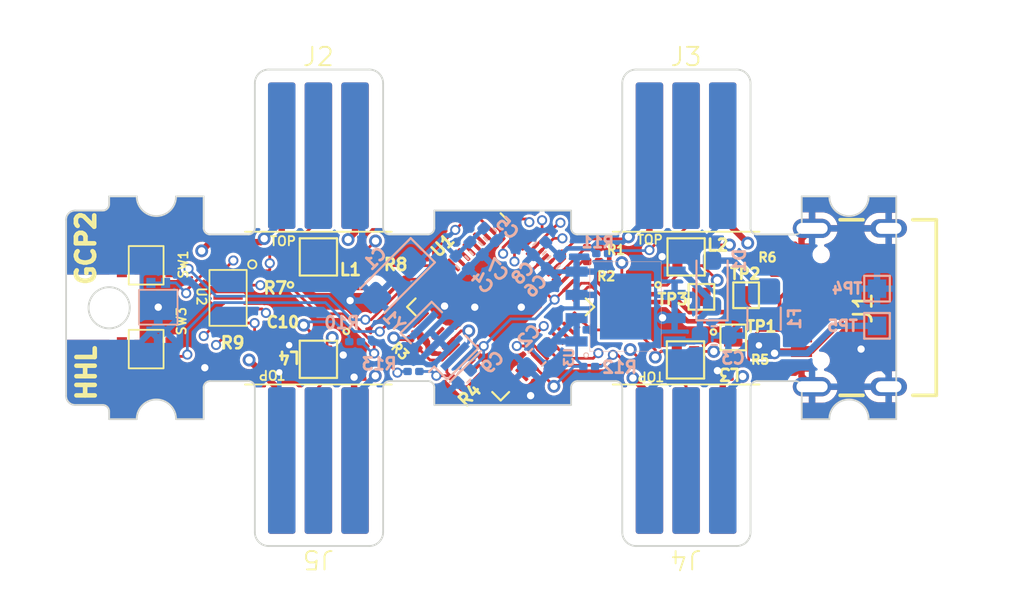
<source format=kicad_pcb>
(kicad_pcb (version 20221018) (generator pcbnew)
  (layers (0 "F.Cu" signal) (1 "In1.Cu" signal) (2 "In2.Cu" signal) (31 "B.Cu" signal) (34 "B.Paste" user) (35 "F.Paste" user) (36 "B.SilkS" user "B.Silkscreen") (37 "F.SilkS" user "F.Silkscreen") (38 "B.Mask" user) (39 "F.Mask" user) (44 "Edge.Cuts" user))
  (net 0 "")
  (net 28 "D+")
  (net 29 "Net-(U1-USB_DP)")
  (net 30 "D-")
  (net 31 "Net-(U1-USB_DM)")
  (net 32 "Net-(R3-Pad1)")
  (net 33 "XTAL_OUT")
  (net 34 "XTAL_IN")
  (net 35 "GND")
  (net 36 "Net-(J1-CC1)")
  (net 37 "Net-(J1-CC2)")
  (net 38 "Net-(U1-RUN)")
  (net 39 "SIO2")
  (net 40 "SIO0")
  (net 41 "SCLK")
  (net 42 "SIO3")
  (net 43 "+3V3")
  (net 44 "Net-(D1-K)")
  (net 45 "+1V1")
  (net 46 "Net-(D1-A)")
  (net 47 "VCC")
  (net 48 "GC1")
  (net 49 "+5V")
  (net 50 "GC2")
  (net 51 "GC3")
  (net 52 "GC4")
  (net 53 "Net-(L1-DIN)")
  (net 54 "Net-(L1-DOUT)")
  (net 55 "Net-(L2-DOUT)")
  (net 56 "Net-(L3-DOUT)")
  (net 57 "Net-(L4-DOUT)")
  (net 58 "USB_BOOT")
  (net 59 "Net-(U2-{slash}CS)")
  (net 60 "RGB")
  (net 62 "SIO1")
  (net 67 "BTN_1")
  (net 68 "BTN_2")
  (footprint "hhl:GCT_USB4105-GF-A-060" (layer "F.Cu") (at 220.706187 146.830946 90)
    (fp_text reference "J1")
    (fp_text value "USB4105-GF-A-060" hide)
  )
  (footprint "Resistor_SMD:R_0201_0603Metric" (layer "F.Cu") (at 197.158419 150.92624 -45)
    (fp_text reference "R4")
    (fp_text value "10k" hide)
  )
  (footprint "Resistor_SMD:R_0201_0603Metric" (layer "F.Cu") (at 214.290408 143.306241)
    (fp_text reference "R6")
    (fp_text value "5.1k")
  )
  (footprint "Resistor_SMD:R_0201_0603Metric" (layer "F.Cu") (at 214.259342 150.383306 180)
    (fp_text reference "R5")
    (fp_text value "5.1k")
  )
  (footprint "TestPoint:TestPoint_Pad_1.0x1.0mm" (layer "F.Cu") (at 210.487327 146.248633)
    (fp_text reference "TP3")
    (fp_text value "TestPoint" hide)
  )
  (footprint "Resistor_SMD:R_0201_0603Metric" (layer "F.Cu") (at 186.428608 144.951781 180)
    (fp_text reference "R7")
    (fp_text value "1k" hide)
  )
  (footprint "hhl:GameCubeHeader" (layer "F.Cu") (at 189.586408 142.544241)
    (fp_text reference "J2")
    (fp_text value "GC 1" hide)
  )
  (footprint "TestPoint:TestPoint_Pad_1.0x1.0mm" (layer "F.Cu") (at 212.226284 148.46164)
    (fp_text reference "TP1")
    (fp_text value "TestPoint")
  )
  (footprint "Resistor_SMD:R_0201_0603Metric" (layer "F.Cu") (at 204.572408 143.560241 180)
    (fp_text reference "R1")
    (fp_text value "27" hide)
  )
  (footprint "Package_DFN_QFN:QFN-56-1EP_7x7mm_P0.4mm_EP3.2x3.2mm" (layer "F.Cu") (at 199.53336 146.794452 -45)
    (fp_text reference "U1")
    (fp_text value "RP2040" hide)
  )
  (footprint "hhl:SK6805-EC-15" (layer "F.Cu") (at 189.586408 144.068241)
    (fp_text reference "L1")
    (fp_text value "SK6805-EC-15" hide)
  )
  (footprint "hhl:SK6805-EC-15" (layer "F.Cu") (at 189.586408 149.656241 180)
    (fp_text reference "L4")
    (fp_text value "SK6805-EC-15" hide)
  )
  (footprint "Resistor_SMD:R_0201_0603Metric" (layer "F.Cu") (at 194.791606 148.807759 -45)
    (fp_text reference "R3")
    (fp_text value "1k" hide)
  )
  (footprint "Resistor_SMD:R_0201_0603Metric" (layer "F.Cu") (at 194.056 145.288 180)
    (fp_text reference "R8")
    (fp_text value "330" hide)
  )
  (footprint "Resistor_SMD:R_0201_0603Metric" (layer "F.Cu") (at 204.572408 144.322241 180)
    (fp_text reference "R2")
    (fp_text value "27" hide)
  )
  (footprint "TestPoint:TestPoint_Pad_1.0x1.0mm" (layer "F.Cu") (at 212.927237 146.160261)
    (fp_text reference "TP2")
    (fp_text value "TestPoint" hide)
  )
  (footprint "hhl:GameCubeHeader" (layer "F.Cu") (at 189.586408 151.180241 180)
    (fp_text reference "J5")
    (fp_text value "GC 4" hide)
  )
  (footprint "Capacitor_SMD:C_0201_0603Metric" (layer "F.Cu") (at 186.547118 148.380971)
    (fp_text reference "C10")
    (fp_text value "100n" hide)
  )
  (footprint "hhl:1TS026A-1000-0550" (layer "F.Cu") (at 180.188408 149.098 90)
    (fp_text reference "SW3")
    (fp_text value "1TS026A-1000-0550" hide)
  )
  (footprint "hhl:SK6805-EC-15" (layer "F.Cu") (at 209.619408 149.689241 180)
    (fp_text reference "L3")
    (fp_text value "SK6805-EC-15" hide)
  )
  (footprint "hhl:GameCubeHeader" (layer "F.Cu") (at 209.652408 142.544241)
    (fp_text reference "J3")
    (fp_text value "GC 2" hide)
  )
  (footprint "Resistor_SMD:R_0201_0603Metric" (layer "F.Cu") (at 184.658 149.606 180)
    (fp_text reference "R9")
    (fp_text value "330" hide)
  )
  (footprint "hhl:1TS026A-1000-0550" (layer "F.Cu") (at 180.188408 144.526 90)
    (fp_text reference "SW1")
    (fp_text value "1TS026A-1000-0550" hide)
  )
  (footprint "hhl:GameCubeHeader" (layer "F.Cu") (at 209.652408 151.180241 180)
    (fp_text reference "J4")
    (fp_text value "GC 3" hide)
  )
  (footprint "hhl:SK6805-EC-15" (layer "F.Cu") (at 209.652408 144.068241)
    (fp_text reference "L2")
    (fp_text value "SK6805-EC-15" hide)
  )
  (footprint "hhl:USON-8-EP(2x3)" (layer "F.Cu") (at 184.658 146.304 -90)
    (fp_text reference "U2")
    (fp_text value "GD25Q80EEIGR" hide)
  )
  (footprint "Capacitor_SMD:C_0603_1608Metric" (layer "B.Cu") (at 201.522959 149.547651 -135)
    (fp_text reference "C2")
    (fp_text value "2.2uF")
  )
  (footprint "Capacitor_SMD:C_0402_1005Metric" (layer "B.Cu") (at 201.654242 143.603833 45)
    (fp_text reference "C8")
    (fp_text value "100n" hide)
  )
  (footprint "Crystal:Resonator_SMD_Murata_CSTxExxV-3Pin_3.0x1.1mm" (layer "B.Cu") (at 196.190408 148.640241 135)
    (fp_text reference "Y1")
    (fp_text value "Crystal_GND3" hide)
  )
  (footprint "Capacitor_SMD:C_0603_1608Metric" (layer "B.Cu") (at 211.183832 148.360912 180)
    (fp_text reference "C3")
    (fp_text value "2.2uF")
  )
  (footprint "Capacitor_SMD:C_0402_1005Metric" (layer "B.Cu") (at 202.416242 144.365833 -135)
    (fp_text reference "C6")
    (fp_text value "1u" hide)
  )
  (footprint "hhl:HTSOP-J8" (layer "B.Cu") (at 204.400408 149.224921 90)
    (fp_text reference "U3")
    (fp_text value "3.3v Fixed" hide)
  )
  (footprint "Resistor_SMD:R_0201_0603Metric" (layer "B.Cu") (at 205.073417 143.889318 180)
    (fp_text reference "R11")
    (fp_text value "1k")
  )
  (footprint "Capacitor_SMD:C_0402_1005Metric" (layer "B.Cu") (at 198.955269 142.838442 -45)
    (fp_text reference "C5")
    (fp_text value "100n" hide)
  )
  (footprint "Diode_SMD:D_SOD-323_HandSoldering" (layer "B.Cu") (at 211.06855 145.520773 90)
    (fp_text reference "D1")
    (fp_text value "CUS08F30" hide)
  )
  (footprint "Capacitor_Tantalum_SMD:CP_EIA-3216-18_Kemet-A" (layer "B.Cu") (at 193.650408 145.338241 -135)
    (fp_text reference "C1")
    (fp_text value "47uF 6.3v")
  )
  (footprint "Resistor_SMD:R_0201_0603Metric" (layer "B.Cu") (at 194.775029 150.319832)
    (fp_text reference "R13")
    (fp_text value "1k")
  )
  (footprint "Resistor_SMD:R_0201_0603Metric" (layer "B.Cu") (at 204.364485 150.045611 180)
    (fp_text reference "R12")
    (fp_text value "1k")
  )
  (footprint "hhl:1TS026A-1000-0550" (layer "B.Cu") (at 180.848 146.812)
    (fp_text reference "SW2" hide)
    (fp_text value "1TS026A-1000-0550" hide)
  )
  (footprint "Resistor_SMD:R_0201_0603Metric" (layer "B.Cu") (at 191.588725 148.69406 180)
    (fp_text reference "R10")
    (fp_text value "1k")
  )
  (footprint "Capacitor_SMD:C_0402_1005Metric" (layer "B.Cu") (at 197.431269 144.362442 -45)
    (fp_text reference "C4")
    (fp_text value "100n" hide)
  )
  (footprint "TestPoint:TestPoint_Pad_1.0x1.0mm" (layer "B.Cu") (at 220.070958 147.828471 180)
    (fp_text reference "TP5")
    (fp_text value "TestPoint" hide)
  )
  (footprint "Capacitor_SMD:C_0402_1005Metric" (layer "B.Cu") (at 197.545819 150.58683 45)
    (fp_text reference "C9")
    (fp_text value "100n" hide)
  )
  (footprint "Fuse:Fuse_1206_3216Metric_Pad1.42x1.75mm_HandSolder" (layer "B.Cu") (at 213.908688 147.438652 -90)
    (fp_text reference "F1")
    (fp_text value "Fuse" hide)
  )
  (footprint "Capacitor_SMD:C_0402_1005Metric" (layer "B.Cu") (at 198.193269 143.600442 135)
    (fp_text reference "C7")
    (fp_text value "100n" hide)
  )
  (footprint "TestPoint:TestPoint_Pad_1.0x1.0mm" (layer "B.Cu") (at 220.071902 145.800377 180)
    (fp_text reference "TP4")
    (fp_text value "TestPoint" hide)
  )
  (gr_line (start 221.118779 140.76559) (end 221.118779 152.921) (stroke (width 0.1)) (layer "Edge.Cuts"))
  (gr_arc (start 193.119 159.093295) (mid 192.89933 159.623625) (end 192.369 159.843295) (stroke (width 0.1)) (layer "Edge.Cuts"))
  (gr_arc (start 215.964779 142.493295) (mid 215.862265 142.740775) (end 215.614779 142.843295) (stroke (width 0.1)) (layer "Edge.Cuts"))
  (gr_arc (start 179.67111 152.921) (mid 180.74611 151.846) (end 181.82111 152.921) (stroke (width 0.1)) (layer "Edge.Cuts"))
  (gr_arc (start 203.723221 142.843295) (mid 203.47572 142.74079) (end 203.373221 142.493295) (stroke (width 0.1)) (layer "Edge.Cuts"))
  (gr_arc (start 175.819 142.04059) (mid 175.965447 141.687037) (end 176.319 141.54059) (stroke (width 0.1)) (layer "Edge.Cuts"))
  (gr_arc (start 203.373221 151.193295) (mid 203.475735 150.945815) (end 203.723221 150.843295) (stroke (width 0.1)) (layer "Edge.Cuts"))
  (gr_line (start 177.819 141.54059) (end 176.319 141.54059) (stroke (width 0.1)) (layer "Edge.Cuts"))
  (gr_line (start 213.169 134.593295) (end 213.169 142.493295) (stroke (width 0.1)) (layer "Edge.Cuts"))
  (gr_arc (start 213.169 159.093295) (mid 212.94933 159.623625) (end 212.419 159.843295) (stroke (width 0.1)) (layer "Edge.Cuts"))
  (gr_arc (start 183.323221 151.193295) (mid 183.425734 150.945808) (end 183.673221 150.843295) (stroke (width 0.1)) (layer "Edge.Cuts"))
  (gr_arc (start 186.119 142.493295) (mid 186.016487 142.740782) (end 185.769 142.843295) (stroke (width 0.1)) (layer "Edge.Cuts"))
  (gr_arc (start 177.819 152.146) (mid 178.066487 152.248513) (end 178.169 152.496) (stroke (width 0.1)) (layer "Edge.Cuts"))
  (gr_arc (start 206.919 159.843295) (mid 206.38867 159.623625) (end 206.169 159.093295) (stroke (width 0.1)) (layer "Edge.Cuts"))
  (gr_line (start 186.869 133.843295) (end 192.369 133.843295) (stroke (width 0.1)) (layer "Edge.Cuts"))
  (gr_arc (start 219.616825 140.76559) (mid 218.541825 141.84059) (end 217.466825 140.76559) (stroke (width 0.1)) (layer "Edge.Cuts"))
  (gr_line (start 178.169 141.19059) (end 178.169 140.76559) (stroke (width 0.1)) (layer "Edge.Cuts"))
  (gr_line (start 192.369 159.843295) (end 186.869 159.843295) (stroke (width 0.1)) (layer "Edge.Cuts"))
  (gr_line (start 186.119 159.093295) (end 186.119 151.193295) (stroke (width 0.1)) (layer "Edge.Cuts"))
  (gr_arc (start 193.469 142.843295) (mid 193.221513 142.740782) (end 193.119 142.493295) (stroke (width 0.1)) (layer "Edge.Cuts"))
  (gr_line (start 219.616825 140.76559) (end 221.118779 140.76559) (stroke (width 0.1)) (layer "Edge.Cuts"))
  (gr_line (start 205.819 150.843295) (end 203.723221 150.843295) (stroke (width 0.1)) (layer "Edge.Cuts"))
  (gr_line (start 213.169 151.193295) (end 213.169 159.093295) (stroke (width 0.1)) (layer "Edge.Cuts"))
  (gr_line (start 183.323221 151.193295) (end 183.323221 152.921) (stroke (width 0.1)) (layer "Edge.Cuts"))
  (gr_line (start 185.769 150.843295) (end 183.673221 150.843295) (stroke (width 0.1)) (layer "Edge.Cuts"))
  (gr_line (start 195.914779 152.146) (end 203.373221 152.146) (stroke (width 0.1)) (layer "Edge.Cuts"))
  (gr_line (start 206.169 159.093295) (end 206.169 151.193295) (stroke (width 0.1)) (layer "Edge.Cuts"))
  (gr_line (start 183.673221 142.843295) (end 185.769 142.843295) (stroke (width 0.1)) (layer "Edge.Cuts"))
  (gr_line (start 178.169 152.496) (end 178.169 152.921) (stroke (width 0.1)) (layer "Edge.Cuts"))
  (gr_arc (start 183.673221 142.843295) (mid 183.425734 142.740782) (end 183.323221 142.493295) (stroke (width 0.1)) (layer "Edge.Cuts"))
  (gr_arc (start 186.869 159.843295) (mid 186.33867 159.623625) (end 186.119 159.093295) (stroke (width 0.1)) (layer "Edge.Cuts"))
  (gr_arc (start 215.614779 150.843295) (mid 215.86228 150.9458) (end 215.964779 151.193295) (stroke (width 0.1)) (layer "Edge.Cuts"))
  (gr_line (start 195.914779 142.493295) (end 195.914779 141.54059) (stroke (width 0.1)) (layer "Edge.Cuts"))
  (gr_line (start 177.819 152.146) (end 176.319 152.146) (stroke (width 0.1)) (layer "Edge.Cuts"))
  (gr_line (start 215.964779 142.493295) (end 215.964779 140.76559) (stroke (width 0.1)) (layer "Edge.Cuts"))
  (gr_line (start 195.914779 152.146) (end 195.914779 151.193295) (stroke (width 0.1)) (layer "Edge.Cuts"))
  (gr_line (start 213.519 142.843295) (end 215.614779 142.843295) (stroke (width 0.1)) (layer "Edge.Cuts"))
  (gr_line (start 217.46689 152.921) (end 215.964779 152.921) (stroke (width 0.1)) (layer "Edge.Cuts"))
  (gr_arc (start 181.82111 140.76559) (mid 180.74611 141.84059) (end 179.67111 140.76559) (stroke (width 0.1)) (layer "Edge.Cuts"))
  (gr_line (start 203.373221 151.193295) (end 203.373221 152.146) (stroke (width 0.1)) (layer "Edge.Cuts"))
  (gr_line (start 179.67111 152.921) (end 178.169 152.921) (stroke (width 0.1)) (layer "Edge.Cuts"))
  (gr_arc (start 213.169 151.193295) (mid 213.271513 150.945808) (end 213.519 150.843295) (stroke (width 0.1)) (layer "Edge.Cuts"))
  (gr_line (start 206.919 133.843295) (end 212.419 133.843295) (stroke (width 0.1)) (layer "Edge.Cuts"))
  (gr_arc (start 178.169 141.19059) (mid 178.066487 141.438077) (end 177.819 141.54059) (stroke (width 0.1)) (layer "Edge.Cuts"))
  (gr_arc (start 213.519 142.843295) (mid 213.271513 142.740782) (end 213.169 142.493295) (stroke (width 0.1)) (layer "Edge.Cuts"))
  (gr_line (start 215.614779 150.843295) (end 213.519 150.843295) (stroke (width 0.1)) (layer "Edge.Cuts"))
  (gr_line (start 193.469 142.843295) (end 195.564779 142.843295) (stroke (width 0.1)) (layer "Edge.Cuts"))
  (gr_line (start 193.119 151.193295) (end 193.119 159.093295) (stroke (width 0.1)) (layer "Edge.Cuts"))
  (gr_line (start 186.119 142.493295) (end 186.119 134.593295) (stroke (width 0.1)) (layer "Edge.Cuts"))
  (gr_line (start 181.82111 152.921) (end 183.323221 152.921) (stroke (width 0.1)) (layer "Edge.Cuts"))
  (gr_arc (start 205.819 150.843295) (mid 206.066487 150.945808) (end 206.169 151.193295) (stroke (width 0.1)) (layer "Edge.Cuts"))
  (gr_arc (start 176.319 152.146) (mid 175.965447 151.999553) (end 175.819 151.646) (stroke (width 0.1)) (layer "Edge.Cuts"))
  (gr_arc (start 217.46689 152.921) (mid 218.54189 151.846) (end 219.61689 152.921) (stroke (width 0.1)) (layer "Edge.Cuts"))
  (gr_arc (start 212.419 133.843295) (mid 212.94933 134.062965) (end 213.169 134.593295) (stroke (width 0.1)) (layer "Edge.Cuts"))
  (gr_line (start 206.169 142.493295) (end 206.169 134.593295) (stroke (width 0.1)) (layer "Edge.Cuts"))
  (gr_arc (start 195.914779 142.493295) (mid 195.812265 142.740775) (end 195.564779 142.843295) (stroke (width 0.1)) (layer "Edge.Cuts"))
  (gr_arc (start 195.564779 150.843295) (mid 195.81228 150.9458) (end 195.914779 151.193295) (stroke (width 0.1)) (layer "Edge.Cuts"))
  (gr_arc (start 193.119 151.193295) (mid 193.221513 150.945808) (end 193.469 150.843295) (stroke (width 0.1)) (layer "Edge.Cuts"))
  (gr_arc (start 192.369 133.843295) (mid 192.89933 134.062965) (end 193.119 134.593295) (stroke (width 0.1)) (layer "Edge.Cuts"))
  (gr_arc (start 186.119 134.593295) (mid 186.33867 134.062965) (end 186.869 133.843295) (stroke (width 0.1)) (layer "Edge.Cuts"))
  (gr_circle (center 217.038779 143.953295) (end 217.288779 143.953295) (stroke (width 0.1)) (fill none) (layer "Edge.Cuts"))
  (gr_line (start 181.82111 140.76559) (end 183.323221 140.76559) (stroke (width 0.1)) (layer "Edge.Cuts"))
  (gr_line (start 203.373221 141.54059) (end 203.373221 142.493295) (stroke (width 0.1)) (layer "Edge.Cuts"))
  (gr_arc (start 206.169 142.493295) (mid 206.066487 142.740782) (end 205.819 142.843295) (stroke (width 0.1)) (layer "Edge.Cuts"))
  (gr_line (start 183.323221 140.76559) (end 183.323221 142.493295) (stroke (width 0.1)) (layer "Edge.Cuts"))
  (gr_line (start 203.723221 142.843295) (end 205.819 142.843295) (stroke (width 0.1)) (layer "Edge.Cuts"))
  (gr_line (start 219.61689 152.921) (end 221.118779 152.921) (stroke (width 0.1)) (layer "Edge.Cuts"))
  (gr_arc (start 185.769 150.843295) (mid 186.016487 150.945808) (end 186.119 151.193295) (stroke (width 0.1)) (layer "Edge.Cuts"))
  (gr_arc (start 206.169 134.593295) (mid 206.38867 134.062965) (end 206.919 133.843295) (stroke (width 0.1)) (layer "Edge.Cuts"))
  (gr_line (start 175.819 142.04059) (end 175.819 151.646) (stroke (width 0.1)) (layer "Edge.Cuts"))
  (gr_line (start 215.964779 152.921) (end 215.964779 151.193295) (stroke (width 0.1)) (layer "Edge.Cuts"))
  (gr_line (start 179.67111 140.76559) (end 178.169 140.76559) (stroke (width 0.1)) (layer "Edge.Cuts"))
  (gr_line (start 195.564779 150.843295) (end 193.469 150.843295) (stroke (width 0.1)) (layer "Edge.Cuts"))
  (gr_circle (center 217.038779 149.733295) (end 217.288779 149.733295) (stroke (width 0.1)) (fill none) (layer "Edge.Cuts"))
  (gr_line (start 203.373221 141.54059) (end 195.914779 141.54059) (stroke (width 0.1)) (layer "Edge.Cuts"))
  (gr_line (start 193.119 134.593295) (end 193.119 142.493295) (stroke (width 0.1)) (layer "Edge.Cuts"))
  (gr_circle (center 178.169 146.843295) (end 179.294 146.843295) (stroke (width 0.1)) (fill none) (layer "Edge.Cuts"))
  (gr_line (start 217.466825 140.76559) (end 215.964779 140.76559) (stroke (width 0.1)) (layer "Edge.Cuts"))
  (gr_line (start 212.419 159.843295) (end 206.919 159.843295) (stroke (width 0.1)) (layer "Edge.Cuts"))
  (gr_text "GCP2" (at 177.489217 145.729019 90) (layer "F.SilkS") (effects (font (size 1 1) (thickness 0.25) bold) (justify left bottom)))
  (gr_text "HHL" (at 177.516901 152.026982 90) (layer "F.SilkS") (effects (font (size 1 1) (thickness 0.25) bold) (justify left bottom)))
  (segment (start 204.892408 143.560241) (end 205.164732 143.560241) (width 0.25) (layer "F.Cu") (net 28))
  (segment (start 205.457099 145.361501) (end 206.20002 146.104422) (width 0.25) (layer "F.Cu") (net 28))
  (segment (start 205.457099 143.852608) (end 205.457099 145.361501) (width 0.25) (layer "F.Cu") (net 28))
  (segment (start 214.753736 146.804112) (end 214.476902 147.080946) (width 0.2) (layer "F.Cu") (net 28))
  (segment (start 212.927237 146.648183) (end 213.36 147.080946) (width 0.2) (layer "F.Cu") (net 28))
  (segment (start 214.998679 146.080946) (end 214.753736 146.325889) (width 0.2) (layer "F.Cu") (net 28))
  (segment (start 208.857181 146.104422) (end 209.833705 147.080946) (width 0.25) (layer "F.Cu") (net 28))
  (segment (start 212.927237 146.160261) (end 212.927237 146.648183) (width 0.2) (layer "F.Cu") (net 28))
  (segment (start 206.20002 146.104422) (end 208.857181 146.104422) (width 0.25) (layer "F.Cu") (net 28))
  (segment (start 215.951187 146.080946) (end 214.998679 146.080946) (width 0.2) (layer "F.Cu") (net 28))
  (segment (start 214.753736 146.325889) (end 214.753736 146.804112) (width 0.2) (layer "F.Cu") (net 28))
  (segment (start 213.36 147.080946) (end 214.476902 147.080946) (width 0.25) (layer "F.Cu") (net 28))
  (segment (start 209.833705 147.080946) (end 213.36 147.080946) (width 0.25) (layer "F.Cu") (net 28))
  (segment (start 214.476902 147.080946) (end 215.951187 147.080946) (width 0.25) (layer "F.Cu") (net 28))
  (segment (start 205.164732 143.560241) (end 205.457099 143.852608) (width 0.25) (layer "F.Cu") (net 28))
  (segment (start 204.252408 143.560241) (end 204.181784 143.560241) (width 0.15) (layer "F.Cu") (net 29))
  (segment (start 204.181784 143.560241) (end 202.671146 145.070879) (width 0.15) (layer "F.Cu") (net 29))
  (segment (start 217.155978 146.580946) (end 217.45981 146.884778) (width 0.25) (layer "F.Cu") (net 30))
  (segment (start 204.892408 145.468747) (end 205.954607 146.530946) (width 0.25) (layer "F.Cu") (net 30))
  (segment (start 204.892408 144.322241) (end 204.892408 145.468747) (width 0.25) (layer "F.Cu") (net 30))
  (segment (start 215.951187 146.580946) (end 217.155978 146.580946) (width 0.25) (layer "F.Cu") (net 30))
  (segment (start 209.743127 147.580946) (end 212.598 147.580946) (width 0.25) (layer "F.Cu") (net 30))
  (segment (start 212.598 147.580946) (end 215.951187 147.580946) (width 0.25) (layer "F.Cu") (net 30))
  (segment (start 212.226284 148.46164) (end 212.226284 147.952662) (width 0.2) (layer "F.Cu") (net 30))
  (segment (start 212.226284 147.952662) (end 212.598 147.580946) (width 0.2) (layer "F.Cu") (net 30))
  (segment (start 205.954607 146.530946) (end 208.693127 146.530946) (width 0.25) (layer "F.Cu") (net 30))
  (segment (start 217.45981 147.300467) (end 217.179331 147.580946) (width 0.25) (layer "F.Cu") (net 30))
  (segment (start 208.693127 146.530946) (end 209.743127 147.580946) (width 0.25) (layer "F.Cu") (net 30))
  (segment (start 217.179331 147.580946) (end 215.951187 147.580946) (width 0.25) (layer "F.Cu") (net 30))
  (segment (start 217.45981 146.884778) (end 217.45981 147.300467) (width 0.25) (layer "F.Cu") (net 30))
  (segment (start 203.98547 144.322241) (end 202.953989 145.353722) (width 0.15) (layer "F.Cu") (net 31))
  (segment (start 204.252408 144.322241) (end 203.98547 144.322241) (width 0.15) (layer "F.Cu") (net 31))
  (segment (start 194.565332 148.581485) (end 193.790576 148.581485) (width 0.15) (layer "F.Cu") (net 32))
  (segment (start 193.790576 148.581485) (end 193.695697 148.486606) (width 0.15) (layer "F.Cu") (net 32))
  (via (at 193.695697 148.486606) (size 0.7) (drill 0.4) (layers "F.Cu" "B.Cu") (net 32))
  (segment (start 193.695697 148.486606) (end 194.646987 148.486606) (width 0.15) (layer "B.Cu") (net 32))
  (segment (start 194.646987 148.486606) (end 195.34188 147.791713) (width 0.15) (layer "B.Cu") (net 32))
  (segment (start 195.01788 149.034033) (end 195.68141 149.697563) (width 0.15) (layer "F.Cu") (net 33))
  (segment (start 196.347406 149.697563) (end 196.961259 149.08371) (width 0.15) (layer "F.Cu") (net 33))
  (segment (start 195.68141 149.697563) (end 196.347406 149.697563) (width 0.15) (layer "F.Cu") (net 33))
  (segment (start 197.376063 148.10322) (end 196.678416 148.800867) (width 0.15) (layer "F.Cu") (net 34))
  (segment (start 197.791866 148.10322) (end 197.376063 148.10322) (width 0.15) (layer "F.Cu") (net 34))
  (via (at 197.791866 148.10322) (size 0.7) (drill 0.4) (layers "F.Cu" "B.Cu") (net 34))
  (segment (start 197.038936 149.488769) (end 197.791866 148.735839) (width 0.15) (layer "B.Cu") (net 34))
  (segment (start 197.791866 148.735839) (end 197.791866 148.10322) (width 0.15) (layer "B.Cu") (net 34))
  (segment (start 178.863408 148.698) (end 178.863408 149.498) (width 0.15) (layer "F.Cu") (net 35))
  (segment (start 211.652408 150.563596) (end 211.362718 150.273906) (width 0.35) (layer "F.Cu") (net 35))
  (segment (start 211.652408 155.180241) (end 211.652408 150.563596) (width 0.35) (layer "F.Cu") (net 35))
  (segment (start 215.951187 150.575946) (end 216.526187 151.150946) (width 0.35) (layer "F.Cu") (net 35))
  (segment (start 215.626482 143.306241) (end 215.951187 143.630946) (width 0.15) (layer "F.Cu") (net 35))
  (segment (start 207.652408 142.691947) (end 207.257275 143.08708) (width 0.35) (layer "F.Cu") (net 35))
  (segment (start 190.941352 149.42263) (end 190.232741 150.131241) (width 0.15) (layer "F.Cu") (net 35))
  (segment (start 215.951187 143.630946) (end 215.951187 143.085946) (width 0.35) (layer "F.Cu") (net 35))
  (segment (start 188.738622 143.593241) (end 188.563047 143.768816) (width 0.15) (layer "F.Cu") (net 35))
  (segment (start 215.951187 143.085946) (end 216.526187 142.510946) (width 0.35) (layer "F.Cu") (net 35))
  (segment (start 215.598827 150.383306) (end 215.951187 150.030946) (width 0.35) (layer "F.Cu") (net 35))
  (segment (start 191.535313 150.630225) (end 191.535313 155.129146) (width 0.35) (layer "F.Cu") (net 35))
  (segment (start 187.586408 138.544241) (end 187.586408 143.121592) (width 0.35) (layer "F.Cu") (net 35))
  (segment (start 190.232741 150.131241) (end 190.061408 150.131241) (width 0.15) (layer "F.Cu") (net 35))
  (segment (start 208.343905 144.055246) (end 208.80591 143.593241) (width 0.15) (layer "F.Cu") (net 35))
  (segment (start 191.535313 155.129146) (end 191.586408 155.180241) (width 0.35) (layer "F.Cu") (net 35))
  (segment (start 188.563047 143.768816) (end 188.485979 143.845884) (width 0.15) (layer "F.Cu") (net 35))
  (segment (start 214.610408 143.306241) (end 215.626482 143.306241) (width 0.15) (layer "F.Cu") (net 35))
  (segment (start 214.579342 150.383306) (end 215.598827 150.383306) (width 0.35) (layer "F.Cu") (net 35))
  (segment (start 178.863408 144.126) (end 178.863408 144.926) (width 0.15) (layer "F.Cu") (net 35))
  (segment (start 207.652408 138.544241) (end 207.652408 142.691947) (width 0.35) (layer "F.Cu") (net 35))
  (segment (start 208.80591 143.593241) (end 209.177408 143.593241) (width 0.15) (layer "F.Cu") (net 35))
  (segment (start 215.951187 150.030946) (end 215.951187 150.575946) (width 0.35) (layer "F.Cu") (net 35))
  (segment (start 188.485979 143.845884) (end 188.485979 144.327559) (width 0.15) (layer "F.Cu") (net 35))
  (segment (start 189.111408 143.593241) (end 188.738622 143.593241) (width 0.15) (layer "F.Cu") (net 35))
  (via (at 198.12 146.812) (size 0.7) (drill 0.4) (layers "F.Cu" "B.Cu") (net 35))
  (via (at 219.202 149.098) (size 0.7) (drill 0.4) (layers "F.Cu" "B.Cu") (net 35))
  (via (at 187.991475 148.8822) (size 0.55) (drill 0.35) (layers "F.Cu" "B.Cu") (net 35))
  (via (at 196.470764 146.751305) (size 0.7) (drill 0.4) (layers "F.Cu" "B.Cu") (net 35))
  (via (at 183.388 150.114) (size 0.7) (drill 0.4) (layers "F.Cu" "B.Cu") (net 35))
  (via (at 211.362718 150.273906) (size 0.7) (drill 0.4) (layers "F.Cu" "B.Cu") (net 35))
  (via (at 191.535313 150.630225) (size 0.7) (drill 0.4) (layers "F.Cu" "B.Cu") (net 35))
  (via (at 191.31856 146.451787) (size 0.7) (drill 0.4) (layers "F.Cu" "B.Cu") (net 35))
  (via (at 190.941352 149.42263) (size 0.7) (drill 0.4) (layers "F.Cu" "B.Cu") (net 35))
  (via (at 208.367922 147.388245) (size 0.7) (drill 0.4) (layers "F.Cu" "B.Cu") (net 35))
  (via (at 201.168 151.638) (size 0.7) (drill 0.4) (layers "F.Cu" "B.Cu") (net 35))
  (via (at 187.452 150.368) (size 0.55) (drill 0.35) (layers "F.Cu" "B.Cu") (net 35))
  (via (at 200.66 146.812) (size 0.7) (drill 0.4) (layers "F.Cu" "B.Cu") (net 35))
  (via (at 208.343905 144.055246) (size 0.7) (drill 0.4) (layers "F.Cu" "B.Cu") (net 35))
  (via (at 180.848 146.812) (size 0.7) (drill 0.4) (layers "F.Cu" "B.Cu") (net 35))
  (segment (start 211.652408 142.135207) (end 210.752852 143.034763) (width 0.25) (layer "B.Cu") (net 35))
  (segment (start 192.536862 146.451787) (end 192.695814 146.292835) (width 0.35) (layer "B.Cu") (net 35))
  (segment (start 211.958832 148.360912) (end 212.006035 148.360912) (width 0.25) (layer "B.Cu") (net 35))
  (segment (start 207.652408 151.331308) (end 208.106596 150.87712) (width 0.35) (layer "B.Cu") (net 35))
  (segment (start 202.241508 144.869921) (end 203.675408 144.869921) (width 0.25) (layer "B.Cu") (net 35))
  (segment (start 210.759504 150.87712) (end 211.362718 150.273906) (width 0.15) (layer "B.Cu") (net 35))
  (segment (start 219.284848 149.098) (end 220.706187 150.519339) (width 0.25) (layer "B.Cu") (net 35))
  (segment (start 191.974544 142.557905) (end 191.974544 143.121463) (width 0.35) (layer "B.Cu") (net 35))
  (segment (start 191.974544 143.121463) (end 191.98177 143.128689) (width 0.35) (layer "B.Cu") (net 35))
  (segment (start 197.77068 144.701853) (end 198.53268 143.939853) (width 0.25) (layer "B.Cu") (net 35))
  (segment (start 180.448 148.137) (end 181.248 148.137) (width 0.15) (layer "B.Cu") (net 35))
  (segment (start 207.652408 155.180241) (end 207.652408 151.331308) (width 0.35) (layer "B.Cu") (net 35))
  (segment (start 209.025408 147.409921) (end 208.389598 147.409921) (width 0.15) (layer "B.Cu") (net 35))
  (segment (start 202.076831 144.705244) (end 202.241508 144.869921) (width 0.25) (layer "B.Cu") (net 35))
  (segment (start 187.452 150.368) (end 187.452 155.045833) (width 0.25) (layer "B.Cu") (net 35))
  (segment (start 219.202 149.098) (end 219.284848 149.098) (width 0.25) (layer "B.Cu") (net 35))
  (segment (start 191.586408 138.544241) (end 191.586408 142.169769) (width 0.35) (layer "B.Cu") (net 35))
  (segment (start 212.006035 148.360912) (end 212.957634 147.409313) (width 0.25) (layer "B.Cu") (net 35))
  (segment (start 219.202 149.015152) (end 219.202 149.098) (width 0.25) (layer "B.Cu") (net 35))
  (segment (start 220.706187 150.519339) (end 220.706187 151.150946) (width 0.25) (layer "B.Cu") (net 35))
  (segment (start 191.31856 146.451787) (end 192.536862 146.451787) (width 0.35) (layer "B.Cu") (net 35))
  (segment (start 211.958832 148.360912) (end 211.958832 149.677792) (width 0.25) (layer "B.Cu") (net 35))
  (segment (start 208.106596 150.87712) (end 210.759504 150.87712) (width 0.15) (layer "B.Cu") (net 35))
  (segment (start 187.452 155.045833) (end 187.586408 155.180241) (width 0.25) (layer "B.Cu") (net 35))
  (segment (start 201.314831 143.943244) (end 202.076831 144.705244) (width 0.25) (layer "B.Cu") (net 35))
  (segment (start 198.53268 143.939853) (end 199.29468 143.177853) (width 0.25) (layer "B.Cu") (net 35))
  (segment (start 211.958832 149.677792) (end 211.362718 150.273906) (width 0.25) (layer "B.Cu") (net 35))
  (segment (start 208.389598 147.409921) (end 208.367922 147.388245) (width 0.15) (layer "B.Cu") (net 35))
  (segment (start 191.586408 142.169769) (end 191.974544 142.557905) (width 0.35) (layer "B.Cu") (net 35))
  (segment (start 211.652408 138.544241) (end 211.652408 142.135207) (width 0.25) (layer "B.Cu") (net 35))
  (segment (start 213.432406 150.383306) (end 213.066766 150.017666) (width 0.15) (layer "F.Cu") (net 36))
  (segment (start 213.066766 150.017666) (end 213.066766 148.653832) (width 0.15) (layer "F.Cu") (net 36))
  (segment (start 213.066766 148.653832) (end 213.639652 148.080946) (width 0.15) (layer "F.Cu") (net 36))
  (segment (start 213.639652 148.080946) (end 215.951187 148.080946) (width 0.15) (layer "F.Cu") (net 36))
  (segment (start 213.939342 150.383306) (end 213.432406 150.383306) (width 0.15) (layer "F.Cu") (net 36))
  (segment (start 214.319197 145.080946) (end 215.951187 145.080946) (width 0.15) (layer "F.Cu") (net 37))
  (segment (start 213.970408 143.306241) (end 213.970408 144.732157) (width 0.15) (layer "F.Cu") (net 37))
  (segment (start 213.970408 144.732157) (end 214.319197 145.080946) (width 0.15) (layer "F.Cu") (net 37))
  (segment (start 197.384693 151.152514) (end 197.720883 151.152514) (width 0.15) (layer "F.Cu") (net 38))
  (segment (start 197.720883 151.152514) (end 198.375473 150.497924) (width 0.15) (layer "F.Cu") (net 38))
  (segment (start 200.287822 143.494405) (end 200.287822 144.315048) (width 0.15) (layer "F.Cu") (net 39))
  (segment (start 200.691247 143.09098) (end 200.287822 143.494405) (width 0.15) (layer "F.Cu") (net 39))
  (segment (start 184.408 144.801277) (end 184.94505 144.264227) (width 0.15) (layer "F.Cu") (net 39))
  (segment (start 184.408 145.104) (end 184.408 144.801277) (width 0.15) (layer "F.Cu") (net 39))
  (via (at 184.94505 144.264227) (size 0.55) (drill 0.35) (layers "F.Cu" "B.Cu") (net 39))
  (via (at 200.287822 144.315048) (size 0.55) (drill 0.35) (layers "F.Cu" "B.Cu") (net 39))
  (segment (start 201.793827 142.067869) (end 201.793827 142.554086) (width 0.15) (layer "F.Cu") (net 40))
  (segment (start 183.908 147.807319) (end 183.908 147.504) (width 0.15) (layer "F.Cu") (net 40))
  (segment (start 201.793827 142.554086) (end 200.97409 143.373823) (width 0.15) (layer "F.Cu") (net 40))
  (segment (start 183.329531 148.385788) (end 183.908 147.807319) (width 0.15) (layer "F.Cu") (net 40))
  (via (at 183.329531 148.385788) (size 0.55) (drill 0.35) (layers "F.Cu" "B.Cu") (net 40))
  (via (at 201.793827 142.067869) (size 0.55) (drill 0.35) (layers "F.Cu" "B.Cu") (net 40))
  (segment (start 186.724196 147.123466) (end 186.512594 146.911864) (width 0.15) (layer "F.Cu") (net 41))
  (segment (start 184.408 147.031289) (end 184.408 147.504) (width 0.15) (layer "F.Cu") (net 41))
  (segment (start 202.710861 142.202738) (end 201.256933 143.656666) (width 0.15) (layer "F.Cu") (net 41))
  (segment (start 186.512594 146.911864) (end 184.527425 146.911864) (width 0.15) (layer "F.Cu") (net 41))
  (segment (start 202.795711 142.202738) (end 202.710861 142.202738) (width 0.15) (layer "F.Cu") (net 41))
  (segment (start 184.527425 146.911864) (end 184.408 147.031289) (width 0.15) (layer "F.Cu") (net 41))
  (via (at 202.795711 142.202738) (size 0.55) (drill 0.35) (layers "F.Cu" "B.Cu") (net 41))
  (via (at 186.724196 147.123466) (size 0.55) (drill 0.35) (layers "F.Cu" "B.Cu") (net 41))
  (segment (start 202.901679 143.053696) (end 202.425587 143.053696) (width 0.15) (layer "F.Cu") (net 42))
  (segment (start 202.425587 143.053696) (end 201.539775 143.939508) (width 0.15) (layer "F.Cu") (net 42))
  (segment (start 184.908 147.968156) (end 184.003876 148.87228) (width 0.15) (layer "F.Cu") (net 42))
  (segment (start 184.908 147.504) (end 184.908 147.968156) (width 0.15) (layer "F.Cu") (net 42))
  (via (at 184.003876 148.87228) (size 0.55) (drill 0.35) (layers "F.Cu" "B.Cu") (net 42))
  (via (at 202.901679 143.053696) (size 0.55) (drill 0.35) (layers "F.Cu" "B.Cu") (net 42))
  (segment (start 204.287282 145.717485) (end 203.802517 146.20225) (width 0.15) (layer "F.Cu") (net 43))
  (segment (start 206.506816 142.972765) (end 206.39434 143.085241) (width 0.15) (layer "F.Cu") (net 43))
  (segment (start 207.971441 149.534869) (end 208.292069 149.214241) (width 0.15) (layer "F.Cu") (net 43))
  (segment (start 196.595795 150.01486) (end 197.244102 149.366553) (width 0.15) (layer "F.Cu") (net 43))
  (segment (start 196.932145 150.699966) (end 196.595795 150.363616) (width 0.15) (layer "F.Cu") (net 43))
  (segment (start 203.519674 145.919407) (end 203.935297 145.503784) (width 0.15) (layer "F.Cu") (net 43))
  (segment (start 186.105886 147.678029) (end 185.582029 147.678029) (width 0.15) (layer "F.Cu") (net 43))
  (segment (start 197.051182 142.594651) (end 195.867936 143.777897) (width 0.15) (layer "F.Cu") (net 43))
  (segment (start 186.105886 148.259739) (end 186.227118 148.380971) (width 0.15) (layer "F.Cu") (net 43))
  (segment (start 195.867936 143.777897) (end 195.867936 144.543241) (width 0.15) (layer "F.Cu") (net 43))
  (segment (start 185.582029 147.678029) (end 185.408 147.504) (width 0.15) (layer "F.Cu") (net 43))
  (segment (start 188.781411 147.791696) (end 189.111408 148.121693) (width 0.15) (layer "F.Cu") (net 43))
  (segment (start 203.802517 147.386654) (end 204.466152 148.050289) (width 0.15) (layer "F.Cu") (net 43))
  (segment (start 183.934487 143.260983) (end 183.696058 143.260983) (width 0.35) (layer "F.Cu") (net 43))
  (segment (start 203.02573 143.737077) (end 202.873578 143.737077) (width 0.15) (layer "F.Cu") (net 43))
  (segment (start 186.628942 143.070236) (end 186.438195 143.260983) (width 0.35) (layer "F.Cu") (net 43))
  (segment (start 203.677566 143.085241) (end 203.02573 143.737077) (width 0.15) (layer "F.Cu") (net 43))
  (segment (start 204.097186 145.503784) (end 204.334813 145.503784) (width 0.15) (layer "F.Cu") (net 43))
  (segment (start 201.256933 149.932238) (end 202.438 151.113305) (width 0.15) (layer "F.Cu") (net 43))
  (segment (start 210.487327 146.248633) (end 210.487327 146.204786) (width 0.15) (layer "F.Cu") (net 43))
  (segment (start 196.783215 150.551036) (end 196.932145 150.699966) (width 0.15) (layer "F.Cu") (net 43))
  (segment (start 210.487327 146.204786) (end 211.351129 145.340984) (width 0.15) (layer "F.Cu") (net 43))
  (segment (start 198.46863 142.052767) (end 198.941158 142.525295) (width 0.15) (layer "F.Cu") (net 43))
  (segment (start 197.054805 142.594651) (end 197.596689 142.052767) (width 0.15) (layer "F.Cu") (net 43))
  (segment (start 208.292069 149.214241) (end 209.144408 149.214241) (width 0.15) (layer "F.Cu") (net 43))
  (segment (start 203.935297 145.503784) (end 204.097186 145.503784) (width 0.15) (layer "F.Cu") (net 43))
  (segment (start 189.111408 148.121693) (end 189.111408 149.181241) (width 0.15) (layer "F.Cu") (net 43))
  (segment (start 204.466152 148.050289) (end 206.881319 148.050289) (width 0.15) (layer "F.Cu") (net 43))
  (segment (start 204.334813 145.503784) (end 204.548515 145.717485) (width 0.15) (layer "F.Cu") (net 43))
  (segment (start 195.867936 144.543241) (end 196.395574 145.070879) (width 0.15) (layer "F.Cu") (net 43))
  (segment (start 210.553386 144.543241) (end 210.127408 144.543241) (width 0.15) (layer "F.Cu") (net 43))
  (segment (start 186.105886 147.678029) (end 186.105886 148.259739) (width 0.15) (layer "F.Cu") (net 43))
  (segment (start 196.022567 150.551036) (end 196.783215 150.551036) (width 0.15) (layer "F.Cu") (net 43))
  (segment (start 202.438 151.113305) (end 202.438 151.13) (width 0.15) (layer "F.Cu") (net 43))
  (segment (start 206.39434 143.085241) (end 203.677566 143.085241) (width 0.15) (layer "F.Cu") (net 43))
  (segment (start 190.061408 144.543241) (end 195.867936 144.543241) (width 0.15) (layer "F.Cu") (net 43))
  (segment (start 206.881319 148.050289) (end 204.548515 145.717485) (width 0.15) (layer "F.Cu") (net 43))
  (segment (start 197.596689 142.052767) (end 198.46863 142.052767) (width 0.15) (layer "F.Cu") (net 43))
  (segment (start 203.02573 144.150611) (end 202.388304 144.788037) (width 0.15) (layer "F.Cu") (net 43))
  (segment (start 186.438195 143.260983) (end 183.934487 143.260983) (width 0.35) (layer "F.Cu") (net 43))
  (segment (start 211.351129 145.340984) (end 210.553386 144.543241) (width 0.15) (layer "F.Cu") (net 43))
  (segment (start 202.873578 143.737077) (end 202.105461 144.505194) (width 0.15) (layer "F.Cu") (net 43))
  (segment (start 207.971441 149.534869) (end 207.971441 149.140411) (width 0.15) (layer "F.Cu") (net 43))
  (segment (start 204.548515 145.717485) (end 204.287282 145.717485) (width 0.15) (layer "F.Cu") (net 43))
  (segment (start 203.02573 143.737077) (end 203.02573 144.150611) (width 0.15) (layer "F.Cu") (net 43))
  (segment (start 196.595795 150.363616) (end 196.595795 150.01486) (width 0.15) (layer "F.Cu") (net 43))
  (segment (start 207.971441 149.140411) (end 206.881319 148.050289) (width 0.15) (layer "F.Cu") (net 43))
  (segment (start 197.054805 142.594651) (end 197.051182 142.594651) (width 0.15) (layer "F.Cu") (net 43))
  (segment (start 183.696058 143.260983) (end 183.2192 143.737841) (width 0.35) (layer "F.Cu") (net 43))
  (via (at 186.628942 143.070236) (size 0.7) (drill 0.4) (layers "F.Cu" "B.Cu") (net 43))
  (via (at 192.692295 150.555796) (size 0.7) (drill 0.4) (layers "F.Cu" "B.Cu") (net 43))
  (via (at 197.054805 142.594651) (size 0.55) (drill 0.35) (layers "F.Cu" "B.Cu") (net 43))
  (via (at 188.781411 147.791696) (size 0.7) (drill 0.4) (layers "F.Cu" "B.Cu") (net 43))
  (via (at 207.971441 149.534869) (size 0.7) (drill 0.4) (layers "F.Cu" "B.Cu") (net 43))
  (via (at 211.351129 145.340984) (size 0.7) (drill 0.4) (layers "F.Cu" "B.Cu") (net 43))
  (via (at 196.022567 150.551036) (size 0.55) (drill 0.35) (layers "F.Cu" "B.Cu") (net 43))
  (via (at 206.506816 142.972765) (size 0.7) (drill 0.4) (layers "F.Cu" "B.Cu") (net 43))
  (via (at 183.2192 143.737841) (size 0.7) (drill 0.4) (layers "F.Cu" "B.Cu") (net 43))
  (via (at 212.741216 150.591034) (size 0.7) (drill 0.4) (layers "F.Cu" "B.Cu") (net 43))
  (via (at 202.438 151.13) (size 0.7) (drill 0.4) (layers "F.Cu" "B.Cu") (net 43))
  (via (at 186.105886 147.678029) (size 0.55) (drill 0.35) (layers "F.Cu" "B.Cu") (net 43))
  (segment (start 188.781411 147.791696) (end 188.962601 147.610506) (width 0.15) (layer "B.Cu") (net 43))
  (segment (start 211.652408 151.679842) (end 212.741216 150.591034) (width 0.35) (layer "B.Cu") (net 43))
  (segment (start 197.091858 144.023031) (end 196.480745 143.411918) (width 0.25) (layer "B.Cu") (net 43))
  (segment (start 188.962601 147.610506) (end 190.465995 147.610506) (width 0.15) (layer "B.Cu") (net 43))
  (segment (start 202.070967 148.999643) (end 202.390689 148.679921) (width 0.35) (layer "B.Cu") (net 43))
  (segment (start 203.522389 150.045611) (end 202.438 151.13) (width 0.15) (layer "B.Cu") (net 43))
  (segment (start 191.586408 151.661683) (end 192.692295 150.555796) (width 0.35) (layer "B.Cu") (net 43))
  (segment (start 195.791363 150.319832) (end 196.022567 150.551036) (width 0.15) (layer "B.Cu") (net 43))
  (segment (start 204.467858 143.603759) (end 204.784475 143.287142) (width 0.25) (layer "B.Cu") (net 43))
  (segment (start 204.467858 143.603759) (end 204.753417 143.889318) (width 0.25) (layer "B.Cu") (net 43))
  (segment (start 204.784475 143.287142) (end 206.192439 143.287142) (width 0.25) (layer "B.Cu") (net 43))
  (segment (start 211.652408 155.180241) (end 211.652408 151.679842) (width 0.35) (layer "B.Cu") (net 43))
  (segment (start 191.586408 155.180241) (end 191.586408 151.661683) (width 0.35) (layer "B.Cu") (net 43))
  (segment (start 187.586408 142.11277) (end 186.628942 143.070236) (width 0.35) (layer "B.Cu") (net 43))
  (segment (start 191.258664 148.403175) (end 191.258664 148.679823) (width 0.15) (layer "B.Cu") (net 43))
  (segment (start 202.070967 148.999643) (end 203.660689 147.409921) (width 0.35) (layer "B.Cu") (net 43))
  (segment (start 195.095029 150.319832) (end 195.791363 150.319832) (width 0.15) (layer "B.Cu") (net 43))
  (segment (start 194.997265 144.383647) (end 196.480745 142.900167) (width 0.25) (layer "B.Cu") (net 43))
  (segment (start 196.480745 143.411918) (end 196.480745 142.900167) (width 0.25) (layer "B.Cu") (net 43))
  (segment (start 204.044485 150.045611) (end 203.675408 149.676534) (width 0.15) (layer "B.Cu") (net 43))
  (segment (start 204.044485 150.045611) (end 203.522389 150.045611) (width 0.15) (layer "B.Cu") (net 43))
  (segment (start 187.586408 138.544241) (end 187.586408 142.11277) (width 0.35) (layer "B.Cu") (net 43))
  (segment (start 202.390689 148.679921) (end 203.675408 148.679921) (width 0.35) (layer "B.Cu") (net 43))
  (segment (start 203.675408 149.676534) (end 203.675408 148.679921) (width 0.15) (layer "B.Cu") (net 43))
  (segment (start 190.465995 147.610506) (end 191.258664 148.403175) (width 0.15) (layer "B.Cu") (net 43))
  (segment (start 196.480745 142.900167) (end 196.749289 142.900167) (width 0.25) (layer "B.Cu") (net 43))
  (segment (start 197.853858 143.261031) (end 197.091858 144.023031) (width 0.25) (layer "B.Cu") (net 43))
  (segment (start 203.660689 147.409921) (end 203.675408 147.409921) (width 0.35) (layer "B.Cu") (net 43))
  (segment (start 203.675408 147.409921) (end 203.675408 148.679921) (width 0.35) (layer "B.Cu") (net 43))
  (segment (start 207.652408 141.827173) (end 207.652408 138.544241) (width 0.35) (layer "B.Cu") (net 43))
  (segment (start 196.749289 142.900167) (end 197.054805 142.594651) (width 0.25) (layer "B.Cu") (net 43))
  (segment (start 201.993653 143.264422) (end 202.755653 144.026422) (width 0.25) (layer "B.Cu") (net 43))
  (segment (start 198.615858 142.499031) (end 197.853858 143.261031) (width 0.25) (layer "B.Cu") (net 43))
  (segment (start 203.178316 143.603759) (end 204.467858 143.603759) (width 0.25) (layer "B.Cu") (net 43))
  (segment (start 194.605002 144.383647) (end 194.997265 144.383647) (width 0.25) (layer "B.Cu") (net 43))
  (segment (start 206.506816 142.972765) (end 207.652408 141.827173) (width 0.35) (layer "B.Cu") (net 43))
  (segment (start 206.192439 143.287142) (end 206.506816 142.972765) (width 0.25) (layer "B.Cu") (net 43))
  (segment (start 202.755653 144.026422) (end 203.178316 143.603759) (width 0.25) (layer "B.Cu") (net 43))
  (segment (start 211.06855 146.770773) (end 210.408832 147.430491) (width 0.35) (layer "B.Cu") (net 44))
  (segment (start 211.06855 146.507578) (end 211.06855 146.770773) (width 0.35) (layer "B.Cu") (net 44))
  (segment (start 210.089823 148.679921) (end 209.025408 148.679921) (width 0.35) (layer "B.Cu") (net 44))
  (segment (start 210.408832 147.430491) (end 210.408832 148.360912) (width 0.35) (layer "B.Cu") (net 44))
  (segment (start 210.408832 148.360912) (end 210.089823 148.679921) (width 0.35) (layer "B.Cu") (net 44))
  (segment (start 209.430893 144.869921) (end 211.06855 146.507578) (width 0.35) (layer "B.Cu") (net 44))
  (segment (start 209.025408 144.869921) (end 209.430893 144.869921) (width 0.35) (layer "B.Cu") (net 44))
  (segment (start 201.822618 144.222351) (end 201.190549 144.85442) (width 0.15) (layer "F.Cu") (net 45))
  (segment (start 201.190549 145.211002) (end 202.378881 146.399334) (width 0.15) (layer "F.Cu") (net 45))
  (segment (start 203.236832 145.641324) (end 202.478822 146.399334) (width 0.15) (layer "F.Cu") (net 45))
  (segment (start 201.190549 144.85442) (end 201.190549 145.211002) (width 0.15) (layer "F.Cu") (net 45))
  (segment (start 202.378881 146.399334) (end 202.478822 146.399334) (width 0.15) (layer "F.Cu") (net 45))
  (segment (start 197.526945 149.649396) (end 198.242776 148.933565) (width 0.15) (layer "F.Cu") (net 45))
  (segment (start 203.236832 145.636565) (end 203.236832 145.641324) (width 0.15) (layer "F.Cu") (net 45))
  (segment (start 198.242776 148.933565) (end 198.606155 148.933565) (width 0.15) (layer "F.Cu") (net 45))
  (via (at 202.478822 146.399334) (size 0.55) (drill 0.35) (layers "F.Cu" "B.Cu") (net 45))
  (via (at 198.606155 148.933565) (size 0.55) (drill 0.35) (layers "F.Cu" "B.Cu") (net 45))
  (segment (start 202.478822 146.399334) (end 201.423955 147.454201) (width 0.15) (layer "B.Cu") (net 45))
  (segment (start 198.606155 149.526494) (end 197.88523 150.247419) (width 0.15) (layer "B.Cu") (net 45))
  (segment (start 200.085519 147.454201) (end 198.606155 148.933565) (width 0.15) (layer "B.Cu") (net 45))
  (segment (start 201.423955 147.454201) (end 200.085519 147.454201) (width 0.15) (layer "B.Cu") (net 45))
  (segment (start 198.606155 148.933565) (end 198.606155 149.526494) (width 0.15) (layer "B.Cu") (net 45))
  (segment (start 212.228309 144.270773) (end 213.908688 145.951152) (width 0.35) (layer "B.Cu") (net 46))
  (segment (start 211.06855 144.270773) (end 212.228309 144.270773) (width 0.35) (layer "B.Cu") (net 46))
  (segment (start 214.059593 149.325629) (end 213.626085 148.892121) (width 0.35) (layer "F.Cu") (net 47))
  (segment (start 214.573333 149.230946) (end 215.951187 149.230946) (width 0.35) (layer "F.Cu") (net 47))
  (segment (start 216.556995 144.430946) (end 215.951187 144.430946) (width 0.25) (layer "F.Cu") (net 47))
  (segment (start 218.128772 146.002723) (end 216.556995 144.430946) (width 0.25) (layer "F.Cu") (net 47))
  (segment (start 214.47865 149.325629) (end 214.059593 149.325629) (width 0.35) (layer "F.Cu") (net 47))
  (segment (start 216.520998 149.230946) (end 218.128772 147.623172) (width 0.25) (layer "F.Cu") (net 47))
  (segment (start 218.128772 147.623172) (end 218.128772 146.002723) (width 0.25) (layer "F.Cu") (net 47))
  (segment (start 214.47865 149.325629) (end 214.573333 149.230946) (width 0.35) (layer "F.Cu") (net 47))
  (segment (start 215.951187 149.230946) (end 216.520998 149.230946) (width 0.25) (layer "F.Cu") (net 47))
  (via (at 213.626085 148.892121) (size 0.55) (drill 0.35) (layers "F.Cu" "B.Cu") (net 47))
  (via (at 214.47865 149.325629) (size 0.65) (drill 0.4) (layers "F.Cu" "B.Cu") (net 47))
  (segment (start 213.908688 148.926152) (end 214.079173 148.926152) (width 0.35) (layer "B.Cu") (net 47))
  (segment (start 214.079173 148.926152) (end 214.47865 149.325629) (width 0.35) (layer "B.Cu") (net 47))
  (segment (start 216.257626 149.325629) (end 217.754784 147.828471) (width 0.35) (layer "B.Cu") (net 47))
  (segment (start 214.47865 149.325629) (end 216.257626 149.325629) (width 0.35) (layer "B.Cu") (net 47))
  (segment (start 217.754784 147.828471) (end 220.070958 147.828471) (width 0.35) (layer "B.Cu") (net 47))
  (segment (start 192.630956 148.833746) (end 190.970752 147.173542) (width 0.15) (layer "F.Cu") (net 48))
  (segment (start 201.539775 149.640603) (end 201.539775 149.649396) (width 0.15) (layer "F.Cu") (net 48))
  (segment (start 188.129289 143.518847) (end 189.586408 142.061728) (width 0.15) (layer "F.Cu") (net 48))
  (segment (start 189.562261 147.173542) (end 188.129289 145.74057) (width 0.15) (layer "F.Cu") (net 48))
  (segment (start 200.827298 148.928126) (end 201.539775 149.640603) (width 0.15) (layer "F.Cu") (net 48))
  (segment (start 192.630956 149.331111) (end 192.630956 148.833746) (width 0.15) (layer "F.Cu") (net 48))
  (segment (start 188.129289 145.74057) (end 188.129289 143.518847) (width 0.15) (layer "F.Cu") (net 48))
  (segment (start 200.416269 148.928126) (end 200.827298 148.928126) (width 0.15) (layer "F.Cu") (net 48))
  (segment (start 189.586408 142.061728) (end 189.586408 138.544241) (width 0.15) (layer "F.Cu") (net 48))
  (segment (start 190.970752 147.173542) (end 189.562261 147.173542) (width 0.15) (layer "F.Cu") (net 48))
  (via (at 200.416269 148.928126) (size 0.55) (drill 0.35) (layers "F.Cu" "B.Cu") (net 48))
  (via (at 192.630956 149.331111) (size 0.55) (drill 0.35) (layers "F.Cu" "B.Cu") (net 48))
  (segment (start 191.908725 148.69406) (end 192.545776 149.331111) (width 0.15) (layer "B.Cu") (net 48))
  (segment (start 192.545776 149.331111) (end 192.630956 149.331111) (width 0.15) (layer "B.Cu") (net 48))
  (segment (start 191.207561 143.118722) (end 191.586408 142.739875) (width 0.35) (layer "F.Cu") (net 49))
  (segment (start 191.586408 142.739875) (end 191.586408 138.544241) (width 0.35) (layer "F.Cu") (net 49))
  (segment (start 211.652408 138.544241) (end 211.652408 141.950182) (width 0.35) (layer "F.Cu") (net 49))
  (segment (start 206.750636 150.677559) (end 207.652408 151.579331) (width 0.35) (layer "F.Cu") (net 49))
  (segment (start 207.652408 151.579331) (end 207.652408 155.180241) (width 0.35) (layer "F.Cu") (net 49))
  (segment (start 185.805006 149.691413) (end 187.586408 151.472815) (width 0.35) (layer "F.Cu") (net 49))
  (segment (start 187.586408 151.472815) (end 187.586408 155.180241) (width 0.35) (layer "F.Cu") (net 49))
  (segment (start 211.652408 141.950182) (end 213.016317 143.314091) (width 0.35) (layer "F.Cu") (net 49))
  (via (at 191.207561 143.118722) (size 0.7) (drill 0.4) (layers "F.Cu" "B.Cu") (net 49))
  (via (at 206.750636 150.677559) (size 0.7) (drill 0.4) (layers "F.Cu" "B.Cu") (net 49))
  (via (at 213.016317 143.314091) (size 0.7) (drill 0.4) (layers "F.Cu" "B.Cu") (net 49))
  (via (at 185.805006 149.691413) (size 0.7) (drill 0.4) (layers "F.Cu" "B.Cu") (net 49))
  (segment (start 208.303866 143.040533) (end 207.649979 143.69442) (width 0.15) (layer "F.Cu") (net 50))
  (segment (start 201.295476 148.839411) (end 201.822618 149.366553) (width 0.15) (layer "F.Cu") (net 50))
  (segment (start 201.295476 148.428806) (end 201.295476 148.839411) (width 0.15) (layer "F.Cu") (net 50))
  (segment (start 209.652408 142.467101) (end 209.078976 143.040533) (width 0.15) (layer "F.Cu") (net 50))
  (segment (start 201.88312 147.841162) (end 201.295476 148.428806) (width 0.15) (layer "F.Cu") (net 50))
  (segment (start 209.652408 138.544241) (end 209.652408 142.467101) (width 0.15) (layer "F.Cu") (net 50))
  (segment (start 209.078976 143.040533) (end 208.303866 143.040533) (width 0.15) (layer "F.Cu") (net 50))
  (via (at 201.88312 147.841162) (size 0.55) (drill 0.35) (layers "F.Cu" "B.Cu") (net 50))
  (via (at 207.649979 143.69442) (size 0.55) (drill 0.35) (layers "F.Cu" "B.Cu") (net 50))
  (segment (start 207.619267 143.725132) (end 207.649979 143.69442) (width 0.15) (layer "B.Cu") (net 50))
  (segment (start 205.393417 143.889318) (end 205.557603 143.725132) (width 0.15) (layer "B.Cu") (net 50))
  (segment (start 205.557603 143.725132) (end 207.619267 143.725132) (width 0.15) (layer "B.Cu") (net 50))
  (segment (start 205.088617 149.982827) (end 203.004578 149.982827) (width 0.15) (layer "F.Cu") (net 51))
  (segment (start 206.922412 149.965542) (end 207.831402 150.874532) (width 0.15) (layer "F.Cu") (net 51))
  (segment (start 203.004578 149.982827) (end 202.105461 149.08371) (width 0.15) (layer "F.Cu") (net 51))
  (segment (start 205.659402 149.412042) (end 205.088617 149.982827) (width 0.15) (layer "F.Cu") (net 51))
  (segment (start 206.458556 149.965542) (end 206.922412 149.965542) (width 0.15) (layer "F.Cu") (net 51))
  (segment (start 205.659402 149.412042) (end 205.905056 149.412042) (width 0.15) (layer "F.Cu") (net 51))
  (segment (start 209.652408 151.116286) (end 209.652408 155.180241) (width 0.15) (layer "F.Cu") (net 51))
  (segment (start 209.410654 150.874532) (end 209.652408 151.116286) (width 0.15) (layer "F.Cu") (net 51))
  (segment (start 205.905056 149.412042) (end 206.458556 149.965542) (width 0.15) (layer "F.Cu") (net 51))
  (segment (start 207.831402 150.874532) (end 209.410654 150.874532) (width 0.15) (layer "F.Cu") (net 51))
  (via (at 205.659402 149.412042) (size 0.55) (drill 0.35) (layers "F.Cu" "B.Cu") (net 51))
  (segment (start 205.659402 149.412042) (end 205.025833 150.045611) (width 0.15) (layer "B.Cu") (net 51))
  (segment (start 205.025833 150.045611) (end 204.684485 150.045611) (width 0.15) (layer "B.Cu") (net 51))
  (segment (start 204.864639 149.318115) (end 204.58065 149.602104) (width 0.15) (layer "F.Cu") (net 52))
  (segment (start 193.898381 150.38245) (end 193.415418 149.899487) (width 0.15) (layer "F.Cu") (net 52))
  (segment (start 193.415418 149.899487) (end 191.367635 149.899487) (width 0.15) (layer "F.Cu") (net 52))
  (segment (start 203.189541 149.602104) (end 202.388304 148.800867) (width 0.15) (layer "F.Cu") (net 52))
  (segment (start 190.026302 150.741464) (end 189.586408 151.181358) (width 0.15) (layer "F.Cu") (net 52))
  (segment (start 191.367635 149.899487) (end 190.525658 150.741464) (width 0.15) (layer "F.Cu") (net 52))
  (segment (start 204.58065 149.602104) (end 203.189541 149.602104) (width 0.15) (layer "F.Cu") (net 52))
  (segment (start 189.586408 151.181358) (end 189.586408 155.180241) (width 0.15) (layer "F.Cu") (net 52))
  (segment (start 190.525658 150.741464) (end 190.026302 150.741464) (width 0.15) (layer "F.Cu") (net 52))
  (via (at 204.864639 149.318115) (size 0.55) (drill 0.35) (layers "F.Cu" "B.Cu") (net 52))
  (via (at 193.898381 150.38245) (size 0.55) (drill 0.35) (layers "F.Cu" "B.Cu") (net 52))
  (segment (start 194.455029 150.319832) (end 193.960999 150.319832) (width 0.15) (layer "B.Cu") (net 52))
  (segment (start 193.960999 150.319832) (end 193.898381 150.38245) (width 0.15) (layer "B.Cu") (net 52))
  (segment (start 189.111408 145.41232) (end 189.508537 145.809449) (width 0.15) (layer "F.Cu") (net 53))
  (segment (start 189.508537 145.809449) (end 193.214551 145.809449) (width 0.15) (layer "F.Cu") (net 53))
  (segment (start 189.111408 144.543241) (end 189.111408 145.41232) (width 0.15) (layer "F.Cu") (net 53))
  (segment (start 193.214551 145.809449) (end 193.736 145.288) (width 0.15) (layer "F.Cu") (net 53))
  (segment (start 209.177408 145.055182) (end 209.177408 144.543241) (width 0.15) (layer "F.Cu") (net 54))
  (segment (start 206.14556 145.378777) (end 206.379793 145.61301) (width 0.15) (layer "F.Cu") (net 54))
  (segment (start 206.14556 144.379256) (end 206.14556 145.378777) (width 0.15) (layer "F.Cu") (net 54))
  (segment (start 190.23715 143.768983) (end 190.061408 143.593241) (width 0.15) (layer "F.Cu") (net 54))
  (segment (start 192.703161 143.198199) (end 192.132377 143.768983) (width 0.15) (layer "F.Cu") (net 54))
  (segment (start 208.61958 145.61301) (end 209.177408 145.055182) (width 0.15) (layer "F.Cu") (net 54))
  (segment (start 206.379793 145.61301) (end 208.61958 145.61301) (width 0.15) (layer "F.Cu") (net 54))
  (segment (start 192.132377 143.768983) (end 190.23715 143.768983) (width 0.15) (layer "F.Cu") (net 54))
  (via (at 192.703161 143.198199) (size 0.7) (drill 0.4) (layers "F.Cu" "B.Cu") (net 54))
  (via (at 206.14556 144.379256) (size 0.7) (drill 0.4) (layers "F.Cu" "B.Cu") (net 54))
  (segment (start 210.106295 149.226128) (end 210.094408 149.214241) (width 0.15) (layer "F.Cu") (net 55))
  (segment (start 210.304122 143.416527) (end 212.017795 143.416527) (width 0.15) (layer "F.Cu") (net 55))
  (segment (start 210.127408 143.593241) (end 210.304122 143.416527) (width 0.15) (layer "F.Cu") (net 55))
  (segment (start 211.161337 149.226128) (end 210.106295 149.226128) (width 0.15) (layer "F.Cu") (net 55))
  (via (at 212.017795 143.416527) (size 0.7) (drill 0.4) (layers "F.Cu" "B.Cu") (net 55))
  (via (at 211.161337 149.226128) (size 0.7) (drill 0.4) (layers "F.Cu" "B.Cu") (net 55))
  (segment (start 190.342037 148.465301) (end 190.061408 148.74593) (width 0.15) (layer "F.Cu") (net 56))
  (segment (start 207.643658 150.164241) (end 209.144408 150.164241) (width 0.15) (layer "F.Cu") (net 56))
  (segment (start 190.061408 148.74593) (end 190.061408 149.181241) (width 0.15) (layer "F.Cu") (net 56))
  (segment (start 206.604174 149.124757) (end 207.643658 150.164241) (width 0.15) (layer "F.Cu") (net 56))
  (via (at 190.342037 148.465301) (size 0.7) (drill 0.4) (layers "F.Cu" "B.Cu") (net 56))
  (via (at 206.604174 149.124757) (size 0.7) (drill 0.4) (layers "F.Cu" "B.Cu") (net 56))
  (segment (start 189.111408 150.131241) (end 188.27235 150.131241) (width 0.15) (layer "F.Cu") (net 57))
  (segment (start 185.528397 149.055603) (end 184.978 149.606) (width 0.15) (layer "F.Cu") (net 57))
  (segment (start 187.196712 149.055603) (end 185.528397 149.055603) (width 0.15) (layer "F.Cu") (net 57))
  (segment (start 188.27235 150.131241) (end 187.196712 149.055603) (width 0.15) (layer "F.Cu") (net 57))
  (segment (start 184.193001 143.714227) (end 186.717341 143.714227) (width 0.15) (layer "F.Cu") (net 58))
  (segment (start 183.26596 144.641268) (end 184.193001 143.714227) (width 0.15) (layer "F.Cu") (net 58))
  (segment (start 186.933331 143.930217) (end 186.933331 144.414179) (width 0.15) (layer "F.Cu") (net 58))
  (segment (start 186.933331 144.767058) (end 186.748608 144.951781) (width 0.15) (layer "F.Cu") (net 58))
  (segment (start 200.925099 141.998759) (end 200.652098 141.998759) (width 0.15) (layer "F.Cu") (net 58))
  (segment (start 200.652098 141.998759) (end 200.125562 142.525295) (width 0.15) (layer "F.Cu") (net 58))
  (segment (start 183.26596 145.02179) (end 183.26596 144.641268) (width 0.15) (layer "F.Cu") (net 58))
  (segment (start 186.717341 143.714227) (end 186.933331 143.930217) (width 0.15) (layer "F.Cu") (net 58))
  (segment (start 186.933331 144.414179) (end 186.933331 144.767058) (width 0.15) (layer "F.Cu") (net 58))
  (segment (start 201.097172 142.170832) (end 200.925099 141.998759) (width 0.15) (layer "F.Cu") (net 58))
  (segment (start 182.372 145.91575) (end 183.26596 145.02179) (width 0.15) (layer "F.Cu") (net 58))
  (segment (start 182.372 146.05) (end 182.372 145.91575) (width 0.15) (layer "F.Cu") (net 58))
  (via (at 186.933331 144.414179) (size 0.55) (drill 0.35) (layers "F.Cu" "B.Cu") (net 58))
  (via (at 201.097172 142.170832) (size 0.55) (drill 0.35) (layers "F.Cu" "B.Cu") (net 58))
  (via (at 182.372 146.05) (size 0.55) (drill 0.35) (layers "F.Cu" "B.Cu") (net 58))
  (segment (start 181.248 145.487) (end 181.809 145.487) (width 0.15) (layer "B.Cu") (net 58))
  (segment (start 181.809 145.487) (end 182.372 146.05) (width 0.15) (layer "B.Cu") (net 58))
  (segment (start 180.448 145.487) (end 181.248 145.487) (width 0.15) (layer "B.Cu") (net 58))
  (segment (start 185.560219 144.951781) (end 185.408 145.104) (width 0.15) (layer "F.Cu") (net 59))
  (segment (start 186.108608 144.951781) (end 185.560219 144.951781) (width 0.15) (layer "F.Cu") (net 59))
  (segment (start 194.915639 145.288) (end 195.547046 145.919407) (width 0.15) (layer "F.Cu") (net 60))
  (segment (start 194.376 145.288) (end 194.915639 145.288) (width 0.15) (layer "F.Cu") (net 60))
  (segment (start 186.418974 145.611676) (end 185.165379 145.611676) (width 0.15) (layer "F.Cu") (net 62))
  (segment (start 199.664856 143.551687) (end 199.664856 143.891174) (width 0.15) (layer "F.Cu") (net 62))
  (segment (start 184.908 145.354297) (end 184.908 145.104) (width 0.15) (layer "F.Cu") (net 62))
  (segment (start 200.408405 142.808138) (end 199.664856 143.551687) (width 0.15) (layer "F.Cu") (net 62))
  (segment (start 185.165379 145.611676) (end 184.908 145.354297) (width 0.15) (layer "F.Cu") (net 62))
  (via (at 199.664856 143.891174) (size 0.55) (drill 0.35) (layers "F.Cu" "B.Cu") (net 62))
  (via (at 186.418974 145.611676) (size 0.55) (drill 0.35) (layers "F.Cu" "B.Cu") (net 62))
  (segment (start 192.147468 147.49469) (end 192.462514 147.49469) (width 0.15) (layer "F.Cu") (net 67))
  (segment (start 194.146717 145.810487) (end 194.87244 145.810487) (width 0.15) (layer "F.Cu") (net 67))
  (segment (start 192.462514 147.49469) (end 194.146717 145.810487) (width 0.15) (layer "F.Cu") (net 67))
  (segment (start 181.513408 144.126) (end 181.513408 144.926) (width 0.15) (layer "F.Cu") (net 67))
  (segment (start 194.87244 145.810487) (end 195.264203 146.20225) (width 0.15) (layer "F.Cu") (net 67))
  (segment (start 181.513408 144.126) (end 181.913438 144.126) (width 0.15) (layer "F.Cu") (net 67))
  (segment (start 181.913438 144.126) (end 182.501911 144.714473) (width 0.15) (layer "F.Cu") (net 67))
  (via (at 192.147468 147.49469) (size 0.55) (drill 0.35) (layers "F.Cu" "B.Cu") (net 67))
  (via (at 182.501911 144.714473) (size 0.55) (drill 0.35) (layers "F.Cu" "B.Cu") (net 67))
  (segment (start 183.997511 146.210073) (end 182.501911 144.714473) (width 0.15) (layer "B.Cu") (net 67))
  (segment (start 190.127655 146.210073) (end 183.997511 146.210073) (width 0.15) (layer "B.Cu") (net 67))
  (segment (start 191.412272 147.49469) (end 190.127655 146.210073) (width 0.15) (layer "B.Cu") (net 67))
  (segment (start 192.147468 147.49469) (end 191.412272 147.49469) (width 0.15) (layer "B.Cu") (net 67))
  (segment (start 193.232002 147.849524) (end 192.936575 148.144951) (width 0.15) (layer "F.Cu") (net 68))
  (segment (start 195.264203 147.386654) (end 194.801333 147.849524) (width 0.15) (layer "F.Cu") (net 68))
  (segment (start 182.334542 149.498) (end 182.434617 149.397925) (width 0.15) (layer "F.Cu") (net 68))
  (segment (start 181.513408 149.498) (end 182.334542 149.498) (width 0.15) (layer "F.Cu") (net 68))
  (segment (start 181.513408 148.698) (end 181.513408 149.498) (width 0.15) (layer "F.Cu") (net 68))
  (segment (start 193.562752 147.849524) (end 193.232002 147.849524) (width 0.15) (layer "F.Cu") (net 68))
  (segment (start 194.801333 147.849524) (end 193.562752 147.849524) (width 0.15) (layer "F.Cu") (net 68))
  (via (at 192.936575 148.144951) (size 0.55) (drill 0.35) (layers "F.Cu" "B.Cu") (net 68))
  (via (at 182.434617 149.397925) (size 0.55) (drill 0.35) (layers "F.Cu" "B.Cu") (net 68))
  (segment (start 192.931758 148.140134) (end 191.551958 148.140134) (width 0.15) (layer "B.Cu") (net 68))
  (segment (start 183.911085 146.561847) (end 182.434617 148.038315) (width 0.15) (layer "B.Cu") (net 68))
  (segment (start 191.551958 148.140134) (end 189.973671 146.561847) (width 0.15) (layer "B.Cu") (net 68))
  (segment (start 192.936575 148.144951) (end 192.931758 148.140134) (width 0.15) (layer "B.Cu") (net 68))
  (segment (start 189.973671 146.561847) (end 183.911085 146.561847) (width 0.15) (layer "B.Cu") (net 68))
  (segment (start 182.434617 148.038315) (end 182.434617 149.397925) (width 0.15) (layer "B.Cu") (net 68))
  (zone (net 0) (net_name "") (layers "F.Cu" "In1.Cu" "In2.Cu" "B.Cu") (connect_pads (clearance 0)) (min_thickness 0.25)
    (keepout (tracks not_allowed) (vias not_allowed) (pads not_allowed) (copperpour not_allowed) (footprints allowed))
    (fill (thermal_gap 0.5) (thermal_bridge_width 0.5))
    (polygon (pts (xy 175.26 145.034) (xy 177.546 145.034) (xy 179.832 145.034) (xy 179.832 148.59) (xy 175.26 148.59)))
  )
  (zone (net 0) (net_name "") (layers "F.Cu" "In1.Cu" "In2.Cu" "B.Cu") (name "NOFILL") (connect_pads (clearance 0)) (min_thickness 0.15)
    (keepout (tracks allowed) (vias allowed) (pads allowed) (copperpour not_allowed) (footprints allowed))
    (fill (thermal_gap 0.35) (thermal_bridge_width 0.35))
    (polygon (pts (xy 205.74 133.096) (xy 213.614 133.096) (xy 213.614 142.494) (xy 205.74 142.494)))
  )
  (zone (net 0) (net_name "") (layers "F.Cu" "In1.Cu" "In2.Cu" "B.Cu") (name "NOFILL") (connect_pads (clearance 0)) (min_thickness 0.15)
    (keepout (tracks allowed) (vias allowed) (pads allowed) (copperpour not_allowed) (footprints allowed))
    (fill (thermal_gap 0.35) (thermal_bridge_width 0.35))
    (polygon (pts (xy 185.400646 151.18806) (xy 193.274646 151.18806) (xy 193.274646 160.58606) (xy 185.400646 160.58606)))
  )
  (zone (net 0) (net_name "") (layers "F.Cu" "In1.Cu" "In2.Cu" "B.Cu") (name "NOFILL") (connect_pads (clearance 0)) (min_thickness 0.15)
    (keepout (tracks allowed) (vias allowed) (pads allowed) (copperpour not_allowed) (footprints allowed))
    (fill (thermal_gap 0.35) (thermal_bridge_width 0.35))
    (polygon (pts (xy 205.668891 151.182254) (xy 213.542891 151.182254) (xy 213.542891 160.580254) (xy 205.668891 160.580254)))
  )
  (zone (net 0) (net_name "") (layers "F.Cu" "In1.Cu" "In2.Cu" "B.Cu") (name "NOFILL") (connect_pads (clearance 0)) (min_thickness 0.15)
    (keepout (tracks allowed) (vias allowed) (pads allowed) (copperpour not_allowed) (footprints allowed))
    (fill (thermal_gap 0.35) (thermal_bridge_width 0.35))
    (polygon (pts (xy 185.674 133.096) (xy 193.548 133.096) (xy 193.548 142.494) (xy 185.674 142.494)))
  )
  (zone (net 35) (net_name "GND") (layers "F&B.Cu") (priority 1) (connect_pads (clearance 0.15)) (min_thickness 0.15) (fill yes (thermal_gap 0.35) (thermal_bridge_width 0.35))
    (polygon (pts (xy 172.466 130.556) (xy 228.092 130.048) (xy 227.838 162.56) (xy 172.212 163.068)))
  )
)
</source>
